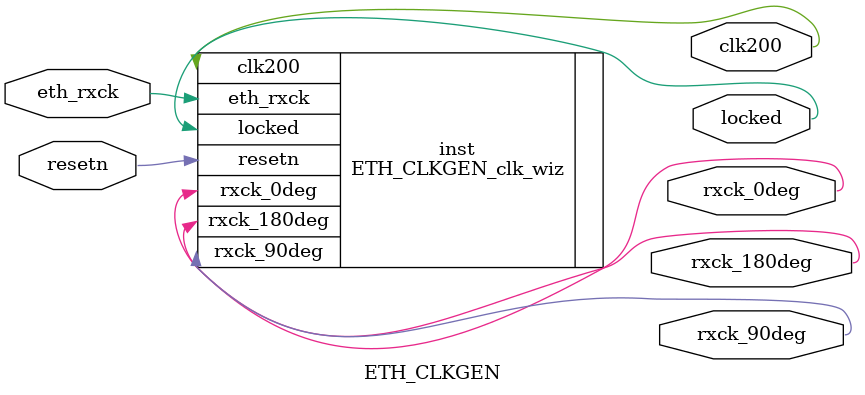
<source format=v>


`timescale 1ps/1ps

(* CORE_GENERATION_INFO = "ETH_CLKGEN,clk_wiz_v6_0_0_0,{component_name=ETH_CLKGEN,use_phase_alignment=true,use_min_o_jitter=false,use_max_i_jitter=false,use_dyn_phase_shift=false,use_inclk_switchover=false,use_dyn_reconfig=false,enable_axi=0,feedback_source=FDBK_AUTO,PRIMITIVE=MMCM,num_out_clk=4,clkin1_period=8.000,clkin2_period=10.000,use_power_down=false,use_reset=true,use_locked=true,use_inclk_stopped=false,feedback_type=SINGLE,CLOCK_MGR_TYPE=NA,manual_override=false}" *)

module ETH_CLKGEN 
 (
  // Clock out ports
  output        rxck_0deg,
  output        rxck_90deg,
  output        rxck_180deg,
  output        clk200,
  // Status and control signals
  input         resetn,
  output        locked,
 // Clock in ports
  input         eth_rxck
 );

  ETH_CLKGEN_clk_wiz inst
  (
  // Clock out ports  
  .rxck_0deg(rxck_0deg),
  .rxck_90deg(rxck_90deg),
  .rxck_180deg(rxck_180deg),
  .clk200(clk200),
  // Status and control signals               
  .resetn(resetn), 
  .locked(locked),
 // Clock in ports
  .eth_rxck(eth_rxck)
  );

endmodule

</source>
